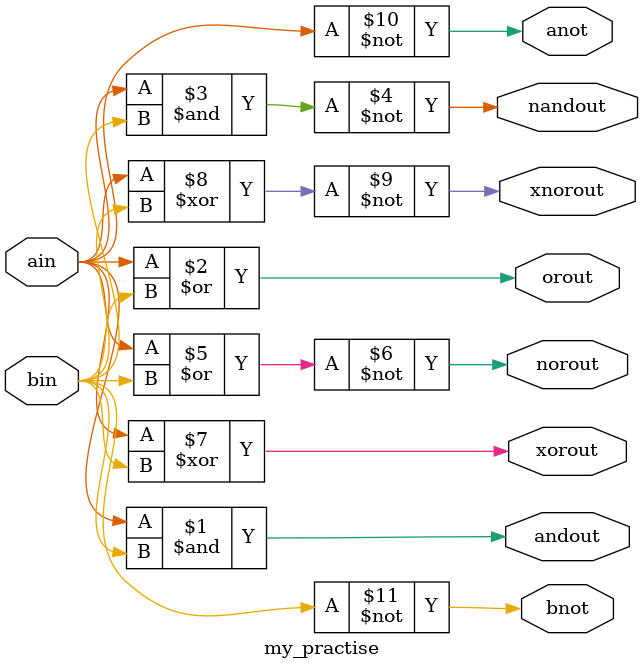
<source format=v>
`timescale 1ns / 1ps


module my_practise(input ain,bin,
output andout,orout,xorout,xnorout,nandout,norout,anot,bnot);
and(andout,ain,bin);
or(orout,ain,bin);
nand(nandout,ain,bin);
nor(norout,ain,bin);
not(anot,ain);
not(bnot,bin);
xor(xorout,ain,bin);
xnor(xnorout,ain,bin);
endmodule
</source>
